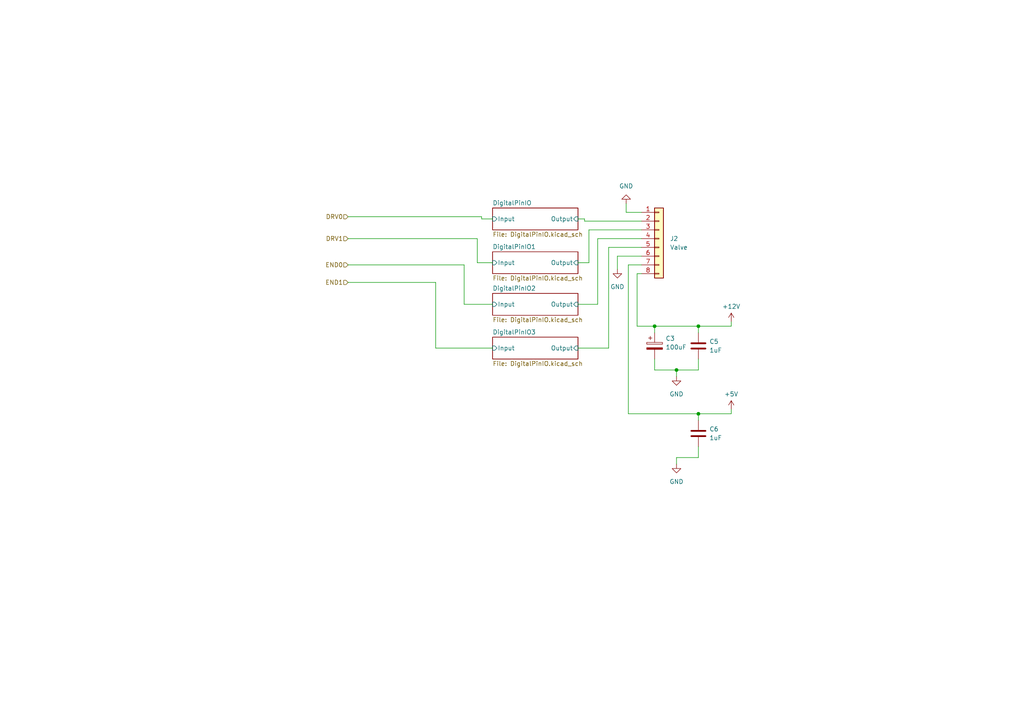
<source format=kicad_sch>
(kicad_sch (version 20230121) (generator eeschema)
  (paper "A4")
  (lib_symbols
    (symbol "Connector_Generic:Conn_01x08" (pin_names (offset 1.016) hide)
      (property "Reference" "J" (at 0 10.16 0))
      (property "Value" "Conn_01x08" (at 0 -12.7 0))
      (symbol "Conn_01x08_1_1"
        (rectangle (start -1.27 -10.033) (end 0 -10.287) (stroke (width 0.1524)))
        (rectangle (start -1.27 -7.493) (end 0 -7.747) (stroke (width 0.1524)))
        (rectangle (start -1.27 -4.953) (end 0 -5.207) (stroke (width 0.1524)))
        (rectangle (start -1.27 -2.413) (end 0 -2.667) (stroke (width 0.1524)))
        (rectangle (start -1.27 0.127) (end 0 -0.127) (stroke (width 0.1524)))
        (rectangle (start -1.27 2.667) (end 0 2.413) (stroke (width 0.1524)))
        (rectangle (start -1.27 5.207) (end 0 4.953) (stroke (width 0.1524)))
        (rectangle (start -1.27 7.747) (end 0 7.493) (stroke (width 0.1524)))
        (rectangle (start -1.27 8.89) (end 1.27 -11.43) (stroke (width 0.254)) (fill (type background)))
        (pin passive line (at -5.08 7.62 0) (length 3.81) (name "Pin_1") (number "1"))
        (pin passive line (at -5.08 5.08 0) (length 3.81) (name "Pin_2") (number "2"))
        (pin passive line (at -5.08 2.54 0) (length 3.81) (name "Pin_3") (number "3"))
        (pin passive line (at -5.08 0 0) (length 3.81) (name "Pin_4") (number "4"))
        (pin passive line (at -5.08 -2.54 0) (length 3.81) (name "Pin_5") (number "5"))
        (pin passive line (at -5.08 -5.08 0) (length 3.81) (name "Pin_6") (number "6"))
        (pin passive line (at -5.08 -7.62 0) (length 3.81) (name "Pin_7") (number "7"))
        (pin passive line (at -5.08 -10.16 0) (length 3.81) (name "Pin_8") (number "8"))
      )
    )
    (symbol "Device:C" (pin_numbers hide) (pin_names (offset 0.254))
      (property "Reference" "C" (at 0.635 2.54 0))
      (property "Value" "C" (at 0.635 -2.54 0))
      (symbol "C_0_1"
        (polyline (pts (xy -2.032 -0.762) (xy 2.032 -0.762)) (stroke (width 0.508)))
        (polyline (pts (xy -2.032 0.762) (xy 2.032 0.762)) (stroke (width 0.508)))
      )
      (symbol "C_1_1"
        (pin passive line (at 0 3.81 270) (length 2.794) (name "~") (number "1"))
        (pin passive line (at 0 -3.81 90) (length 2.794) (name "~") (number "2"))
      )
    )
    (symbol "Device:C_Polarized" (pin_numbers hide) (pin_names (offset 0.254))
      (property "Reference" "C" (at 0.635 2.54 0))
      (property "Value" "C_Polarized" (at 0.635 -2.54 0))
      (symbol "C_Polarized_0_1"
        (rectangle (start -2.286 0.508) (end 2.286 1.016))
        (polyline (pts (xy -1.778 2.286) (xy -0.762 2.286)))
        (polyline (pts (xy -1.27 2.794) (xy -1.27 1.778)))
        (rectangle (start 2.286 -0.508) (end -2.286 -1.016) (fill (type outline)))
      )
      (symbol "C_Polarized_1_1"
        (pin passive line (at 0 3.81 270) (length 2.794) (name "~") (number "1"))
        (pin passive line (at 0 -3.81 90) (length 2.794) (name "~") (number "2"))
      )
    )
    (symbol "power:+12V" (power) (pin_names (offset 0))
      (property "Value" "+12V" (at 0 3.556 0))
      (symbol "+12V_0_1"
        (polyline (pts (xy -0.762 1.27) (xy 0 2.54)))
        (polyline (pts (xy 0 0) (xy 0 2.54)))
        (polyline (pts (xy 0 2.54) (xy 0.762 1.27)))
      )
      (symbol "+12V_1_1"
        (pin power_in line (at 0 0 90) (length 0) hide (name "+12V") (number "1"))
      )
    )
    (symbol "power:+5V" (power) (pin_names (offset 0))
      (property "Value" "+5V" (at 0 3.556 0))
      (symbol "+5V_0_1"
        (polyline (pts (xy -0.762 1.27) (xy 0 2.54)))
        (polyline (pts (xy 0 0) (xy 0 2.54)))
        (polyline (pts (xy 0 2.54) (xy 0.762 1.27)))
      )
      (symbol "+5V_1_1"
        (pin power_in line (at 0 0 90) (length 0) hide (name "+5V") (number "1"))
      )
    )
    (symbol "power:GND" (power) (pin_names (offset 0))
      (property "Value" "GND" (at 0 -3.81 0))
      (symbol "GND_0_1"
        (polyline (pts (xy 0 0) (xy 0 -1.27) (xy 1.27 -1.27) (xy 0 -2.54) (xy -1.27 -1.27) (xy 0 -1.27)))
      )
      (symbol "GND_1_1"
        (pin power_in line (at 0 0 270) (length 0) hide (name "GND") (number "1"))
      )
    )
  )
  (junction (at 189.865 94.615))
  (junction (at 202.565 120.015))
  (junction (at 196.215 107.315))
  (junction (at 202.565 94.615))
  (wire (pts (xy 189.865 104.14) (xy 189.865 107.315)))
  (wire (pts (xy 139.7 62.865) (xy 139.7 63.5)))
  (wire (pts (xy 179.07 78.105) (xy 179.07 74.295)))
  (wire (pts (xy 134.62 88.265) (xy 134.62 76.835)))
  (wire (pts (xy 173.355 88.265) (xy 173.355 69.215)))
  (wire (pts (xy 189.865 107.315) (xy 196.215 107.315)))
  (wire (pts (xy 126.365 81.915) (xy 126.365 100.965)))
  (wire (pts (xy 196.215 107.315) (xy 202.565 107.315)))
  (wire (pts (xy 181.61 61.595) (xy 186.055 61.595)))
  (wire (pts (xy 184.785 94.615) (xy 184.785 79.375)))
  (wire (pts (xy 202.565 94.615) (xy 202.565 96.52)))
  (wire (pts (xy 196.215 132.715) (xy 196.215 134.62)))
  (wire (pts (xy 182.245 76.835) (xy 186.055 76.835)))
  (wire (pts (xy 176.53 71.755) (xy 186.055 71.755)))
  (wire (pts (xy 189.865 94.615) (xy 189.865 96.52)))
  (wire (pts (xy 212.09 93.345) (xy 212.09 94.615)))
  (wire (pts (xy 176.53 100.965) (xy 176.53 71.755)))
  (wire (pts (xy 167.64 88.265) (xy 173.355 88.265)))
  (wire (pts (xy 170.815 76.2) (xy 170.815 66.675)))
  (wire (pts (xy 126.365 100.965) (xy 142.875 100.965)))
  (wire (pts (xy 173.355 69.215) (xy 186.055 69.215)))
  (wire (pts (xy 212.09 94.615) (xy 202.565 94.615)))
  (wire (pts (xy 138.43 76.2) (xy 142.875 76.2)))
  (wire (pts (xy 189.865 94.615) (xy 184.785 94.615)))
  (wire (pts (xy 134.62 76.835) (xy 100.965 76.835)))
  (wire (pts (xy 182.245 120.015) (xy 182.245 76.835)))
  (wire (pts (xy 138.43 69.215) (xy 138.43 76.2)))
  (wire (pts (xy 167.64 76.2) (xy 170.815 76.2)))
  (wire (pts (xy 142.875 88.265) (xy 134.62 88.265)))
  (wire (pts (xy 139.7 63.5) (xy 142.875 63.5)))
  (wire (pts (xy 196.215 107.315) (xy 196.215 109.22)))
  (wire (pts (xy 184.785 79.375) (xy 186.055 79.375)))
  (wire (pts (xy 100.965 81.915) (xy 126.365 81.915)))
  (wire (pts (xy 182.245 120.015) (xy 202.565 120.015)))
  (wire (pts (xy 196.215 132.715) (xy 202.565 132.715)))
  (wire (pts (xy 202.565 107.315) (xy 202.565 104.14)))
  (wire (pts (xy 179.07 74.295) (xy 186.055 74.295)))
  (wire (pts (xy 169.545 64.135) (xy 169.545 63.5)))
  (wire (pts (xy 100.965 69.215) (xy 138.43 69.215)))
  (wire (pts (xy 212.09 118.745) (xy 212.09 120.015)))
  (wire (pts (xy 170.815 66.675) (xy 186.055 66.675)))
  (wire (pts (xy 202.565 120.015) (xy 202.565 121.92)))
  (wire (pts (xy 169.545 63.5) (xy 167.64 63.5)))
  (wire (pts (xy 169.545 64.135) (xy 186.055 64.135)))
  (wire (pts (xy 212.09 120.015) (xy 202.565 120.015)))
  (wire (pts (xy 202.565 94.615) (xy 189.865 94.615)))
  (wire (pts (xy 167.64 100.965) (xy 176.53 100.965)))
  (wire (pts (xy 202.565 132.715) (xy 202.565 129.54)))
  (wire (pts (xy 100.965 62.865) (xy 139.7 62.865)))
  (wire (pts (xy 181.61 59.055) (xy 181.61 61.595)))
  (hierarchical_label "END0" (shape input) (at 100.965 76.835 180))
  (hierarchical_label "DRV1" (shape input) (at 100.965 69.215 180))
  (hierarchical_label "DRV0" (shape input) (at 100.965 62.865 180))
  (hierarchical_label "END1" (shape input) (at 100.965 81.915 180))
  (symbol (lib_id "power:GND") (at 181.61 59.055 180) (unit 1)
    (property "Reference" "#PWR018" (effects hide))
    (property "Value" "GND" (at 181.61 53.975 0))
    (instances (project "TeensyIrrigation" (path "" (reference "#PWR018") (unit 1)) (path "" (reference "#PWR032") (unit 1)) (path "" (reference "#PWR046") (unit 1)) (path "" (reference "#PWR060") (unit 1)) (path "" (reference "#PWR098") (unit 1)) (path "" (reference "#PWR0120") (unit 1)) (path "" (reference "#PWR0128") (unit 1)) (path "" (reference "#PWR086") (unit 1))))
  )
  (symbol (lib_id "power:+12V") (at 212.09 93.345 0) (unit 1)
    (property "Reference" "#PWR021" (effects hide))
    (property "Value" "+12V" (at 212.09 88.9 0))
    (instances (project "TeensyIrrigation" (path "" (reference "#PWR021") (unit 1)) (path "" (reference "#PWR035") (unit 1)) (path "" (reference "#PWR049") (unit 1)) (path "" (reference "#PWR063") (unit 1)) (path "" (reference "#PWR0101") (unit 1)) (path "" (reference "#PWR0123") (unit 1)) (path "" (reference "#PWR0131") (unit 1)) (path "" (reference "#PWR089") (unit 1))))
  )
  (symbol (lib_id "power:+5V") (at 212.09 118.745 0) (unit 1)
    (property "Reference" "#PWR022" (effects hide))
    (property "Value" "+5V" (at 212.09 114.3 0))
    (instances (project "TeensyIrrigation" (path "" (reference "#PWR022") (unit 1)) (path "" (reference "#PWR036") (unit 1)) (path "" (reference "#PWR050") (unit 1)) (path "" (reference "#PWR064") (unit 1)) (path "" (reference "#PWR0102") (unit 1)) (path "" (reference "#PWR0124") (unit 1)) (path "" (reference "#PWR0132") (unit 1)) (path "" (reference "#PWR090") (unit 1))))
  )
  (symbol (lib_id "Device:C") (at 202.565 125.73 0) (unit 1)
    (property "Reference" "C6" (at 205.74 124.46 0) (effects (justify left)))
    (property "Value" "1uF" (at 205.74 127 0) (effects (justify left)))
    (property "Footprint" "Capacitor_SMD:C_0805_2012Metric" (effects hide))
    (instances (project "TeensyIrrigation" (path "" (reference "C6") (unit 1)) (path "" (reference "C10") (unit 1)) (path "" (reference "C14") (unit 1)) (path "" (reference "C18") (unit 1)) (path "" (reference "C27") (unit 1)) (path "" (reference "C31") (unit 1)) (path "" (reference "C35") (unit 1)) (path "" (reference "C23") (unit 1))))
  )
  (symbol (lib_id "power:GND") (at 179.07 78.105 0) (unit 1)
    (property "Reference" "#PWR017" (effects hide))
    (property "Value" "GND" (at 179.07 83.185 0))
    (instances (project "TeensyIrrigation" (path "" (reference "#PWR017") (unit 1)) (path "" (reference "#PWR031") (unit 1)) (path "" (reference "#PWR045") (unit 1)) (path "" (reference "#PWR059") (unit 1)) (path "" (reference "#PWR097") (unit 1)) (path "" (reference "#PWR0119") (unit 1)) (path "" (reference "#PWR0127") (unit 1)) (path "" (reference "#PWR085") (unit 1))))
  )
  (symbol (lib_id "Device:C") (at 202.565 100.33 0) (unit 1)
    (property "Reference" "C5" (at 205.74 99.06 0) (effects (justify left)))
    (property "Value" "1uF" (at 205.74 101.6 0) (effects (justify left)))
    (property "Footprint" "Capacitor_SMD:C_0805_2012Metric" (effects hide))
    (instances (project "TeensyIrrigation" (path "" (reference "C5") (unit 1)) (path "" (reference "C9") (unit 1)) (path "" (reference "C13") (unit 1)) (path "" (reference "C17") (unit 1)) (path "" (reference "C26") (unit 1)) (path "" (reference "C30") (unit 1)) (path "" (reference "C34") (unit 1)) (path "" (reference "C22") (unit 1))))
  )
  (symbol (lib_id "Device:C_Polarized") (at 189.865 100.33 0) (unit 1)
    (property "Reference" "C3" (at 193.04 98.171 0) (effects (justify left)))
    (property "Value" "100uF" (at 193.04 100.711 0) (effects (justify left)))
    (property "Footprint" "Capacitor_SMD:CP_Elec_8x11.9" (effects hide))
    (instances (project "TeensyIrrigation" (path "" (reference "C3") (unit 1)) (path "" (reference "C7") (unit 1)) (path "" (reference "C11") (unit 1)) (path "" (reference "C15") (unit 1)) (path "" (reference "C24") (unit 1)) (path "" (reference "C28") (unit 1)) (path "" (reference "C32") (unit 1)) (path "" (reference "C20") (unit 1))))
  )
  (symbol (lib_id "power:GND") (at 196.215 109.22 0) (unit 1)
    (property "Reference" "#PWR019" (effects hide))
    (property "Value" "GND" (at 196.215 114.3 0))
    (instances (project "TeensyIrrigation" (path "" (reference "#PWR019") (unit 1)) (path "" (reference "#PWR033") (unit 1)) (path "" (reference "#PWR047") (unit 1)) (path "" (reference "#PWR061") (unit 1)) (path "" (reference "#PWR099") (unit 1)) (path "" (reference "#PWR0121") (unit 1)) (path "" (reference "#PWR0129") (unit 1)) (path "" (reference "#PWR087") (unit 1))))
  )
  (symbol (lib_id "Connector_Generic:Conn_01x08") (at 191.135 69.215 0) (unit 1)
    (property "Reference" "J2" (at 194.31 69.215 0) (effects (justify left)))
    (property "Value" "Valve" (at 194.31 71.755 0) (effects (justify left)))
    (property "Footprint" "Connector_PinHeader_2.54mm:PinHeader_1x08_P2.54mm_Vertical" (effects hide))
    (instances (project "TeensyIrrigation" (path "" (reference "J2") (unit 1)) (path "" (reference "J1") (unit 1)) (path "" (reference "J2") (unit 1)) (path "" (reference "J3") (unit 1)) (path "" (reference "J4") (unit 1)) (path "" (reference "J6") (unit 1)) (path "" (reference "J7") (unit 1)) (path "" (reference "J8") (unit 1)) (path "" (reference "J5") (unit 1))))
  )
  (symbol (lib_id "power:GND") (at 196.215 134.62 0) (unit 1)
    (property "Reference" "#PWR020" (effects hide))
    (property "Value" "GND" (at 196.215 139.7 0))
    (instances (project "TeensyIrrigation" (path "" (reference "#PWR020") (unit 1)) (path "" (reference "#PWR034") (unit 1)) (path "" (reference "#PWR048") (unit 1)) (path "" (reference "#PWR062") (unit 1)) (path "" (reference "#PWR0100") (unit 1)) (path "" (reference "#PWR0122") (unit 1)) (path "" (reference "#PWR0130") (unit 1)) (path "" (reference "#PWR088") (unit 1))))
  )
  (sheet (at 142.875 97.79) (size 24.765 6.35) (stroke (width 0.1524))
    (property "Sheetname" "DigitalPinIO3" (at 142.875 97.0784 0) (effects (justify left bottom)))
    (property "Sheetfile" "DigitalPinIO.kicad_sch" (at 142.875 104.7246 0) (effects (justify left top)))
    (pin "Input" input (at 142.875 100.965 180))
    (pin "Output" input (at 167.64 100.965 0))
  )
  (sheet (at 142.875 60.325) (size 24.765 6.35) (stroke (width 0.1524))
    (property "Sheetname" "DigitalPinIO" (at 142.875 59.6134 0) (effects (justify left bottom)))
    (property "Sheetfile" "DigitalPinIO.kicad_sch" (at 142.875 67.2596 0) (effects (justify left top)))
    (pin "Input" input (at 142.875 63.5 180))
    (pin "Output" input (at 167.64 63.5 0))
  )
  (sheet (at 142.875 85.09) (size 24.765 6.35) (stroke (width 0.1524))
    (property "Sheetname" "DigitalPinIO2" (at 142.875 84.3784 0) (effects (justify left bottom)))
    (property "Sheetfile" "DigitalPinIO.kicad_sch" (at 142.875 92.0246 0) (effects (justify left top)))
    (pin "Input" input (at 142.875 88.265 180))
    (pin "Output" input (at 167.64 88.265 0))
  )
  (sheet (at 142.875 73.025) (size 24.765 6.35) (stroke (width 0.1524))
    (property "Sheetname" "DigitalPinIO1" (at 142.875 72.3134 0) (effects (justify left bottom)))
    (property "Sheetfile" "DigitalPinIO.kicad_sch" (at 142.875 79.9596 0) (effects (justify left top)))
    (pin "Input" input (at 142.875 76.2 180))
    (pin "Output" input (at 167.64 76.2 0))
  )
)
</source>
